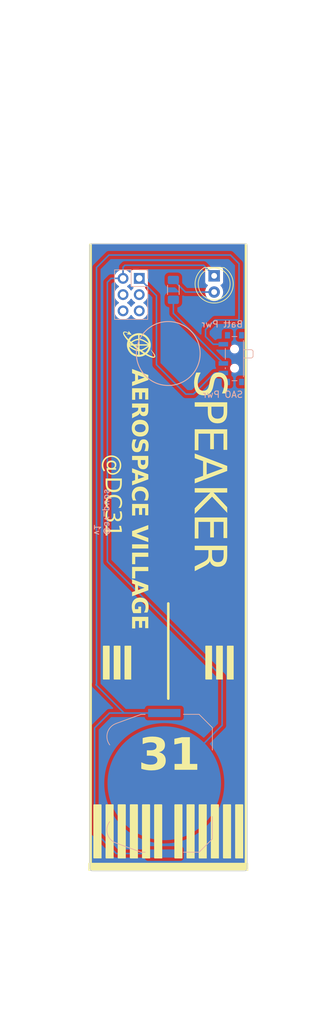
<source format=kicad_pcb>
(kicad_pcb (version 20221018) (generator pcbnew)
  (layers (0 "F.Cu" signal) (31 "B.Cu" signal) (34 "B.Paste" user) (35 "F.Paste" user) (36 "B.SilkS" user "B.Silkscreen") (37 "F.SilkS" user "F.Silkscreen") (38 "B.Mask" user) (39 "F.Mask" user) (44 "Edge.Cuts" user))
  (net 0 "")
  (net 1 "Net-(BT1-+)")
  (net 2 "GND")
  (net 3 "Net-(D1-A)")
  (net 4 "Net-(J1-Pin_1)")
  (net 9 "Net-(SW1-B)")
  (footprint "LED_THT:LED_D5.0mm" (layer "F.Cu") (at 60.4 64.85 -90)
    (fp_text reference "D1" hide)
    (fp_text value "LED" hide)
    (fp_line (start -1.29 -1.545) (end -1.29 1.545) (stroke (width 0.12)) (layer "F.SilkS"))
    (fp_arc (start -1.29 -1.54483) (mid 2.072002 -2.880433) (end 4.26 0.000462) (stroke (width 0.12)) (layer "F.SilkS"))
    (fp_arc (start 4.26 -0.000462) (mid 2.072002 2.880433) (end -1.29 1.54483) (stroke (width 0.12)) (layer "F.SilkS"))
    (fp_circle (center 1.27 0) (end 3.77 0) (stroke (width 0.12)) (fill none) (layer "F.SilkS"))
    (pad "1" thru_hole rect (at 0 0 270) (size 1.8 1.8) (drill 0.9) (layers "*.Cu" "*.Mask") (net 2 "GND"))
    (pad "2" thru_hole circle (at 2.54 0 270) (size 1.8 1.8) (drill 0.9) (layers "*.Cu" "*.Mask") (net 3 "Net-(D1-A)"))
  )
  (footprint "Connector_PinHeader_2.54mm:PinHeader_2x03_P2.54mm_Vertical" (layer "B.Cu") (at 48.65 65.25 180)
    (fp_text reference "J1" hide)
    (fp_text value "Conn_02x03_Counter_Clockwise")
    (fp_line (start -1.33 -6.41) (end 3.87 -6.41) (stroke (width 0.12)) (layer "B.SilkS"))
    (fp_line (start -1.33 -1.27) (end -1.33 -6.41) (stroke (width 0.12)) (layer "B.SilkS"))
    (fp_line (start -1.33 -1.27) (end 1.27 -1.27) (stroke (width 0.12)) (layer "B.SilkS"))
    (fp_line (start -1.33 0) (end -1.33 1.33) (stroke (width 0.12)) (layer "B.SilkS"))
    (fp_line (start -1.33 1.33) (end 0 1.33) (stroke (width 0.12)) (layer "B.SilkS"))
    (fp_line (start 1.27 -1.27) (end 1.27 1.33) (stroke (width 0.12)) (layer "B.SilkS"))
    (fp_line (start 1.27 1.33) (end 3.87 1.33) (stroke (width 0.12)) (layer "B.SilkS"))
    (fp_line (start 3.87 1.33) (end 3.87 -6.41) (stroke (width 0.12)) (layer "B.SilkS"))
    (pad "1" thru_hole rect (at 0 0 180) (size 1.7 1.7) (drill 1) (layers "*.Cu" "*.Mask") (net 4 "Net-(J1-Pin_1)"))
    (pad "2" thru_hole oval (at 2.54 0 180) (size 1.7 1.7) (drill 1) (layers "*.Cu" "*.Mask") (net 2 "GND"))
    (pad "3" thru_hole oval (at 0 -2.54 180) (size 1.7 1.7) (drill 1) (layers "*.Cu" "*.Mask"))
    (pad "4" thru_hole oval (at 2.54 -2.54 180) (size 1.7 1.7) (drill 1) (layers "*.Cu" "*.Mask"))
    (pad "5" thru_hole oval (at 0 -5.08 180) (size 1.7 1.7) (drill 1) (layers "*.Cu" "*.Mask"))
    (pad "6" thru_hole oval (at 2.54 -5.08 180) (size 1.7 1.7) (drill 1) (layers "*.Cu" "*.Mask"))
  )
  (footprint "Resistor_SMD:R_1206_3216Metric_Pad1.30x1.75mm_HandSolder" (layer "B.Cu") (at 54 67.05 -90)
    (fp_text reference "R1" hide)
    (fp_text value "R")
    (fp_line (start -0.727064 -0.91) (end 0.727064 -0.91) (stroke (width 0.12)) (layer "B.SilkS"))
    (fp_line (start -0.727064 0.91) (end 0.727064 0.91) (stroke (width 0.12)) (layer "B.SilkS"))
    (pad "1" smd roundrect (at -1.55 0 270) (size 1.3 1.75) (layers "B.Cu" "B.Paste" "B.Mask") (roundrect_rratio 0.1923076923) (net 3 "Net-(D1-A)"))
    (pad "2" smd roundrect (at 1.55 0 270) (size 1.3 1.75) (layers "B.Cu" "B.Paste" "B.Mask") (roundrect_rratio 0.1923076923) (net 9 "Net-(SW1-B)"))
  )
  (footprint "Battery:BatteryHolder_Keystone_3034_1x20mm" (layer "B.Cu") (at 52.578 144.208 90)
    (fp_text reference "BT1" hide)
    (fp_text value "Battery_Cell")
    (fp_line (start -10.78 -3.63) (end -9.34 -7.58) (stroke (width 0.12)) (layer "B.SilkS"))
    (fp_line (start -10.78 -3) (end -10.78 -3.63) (stroke (width 0.12)) (layer "B.SilkS"))
    (fp_line (start -10.78 5.46) (end -10.78 3) (stroke (width 0.12)) (layer "B.SilkS"))
    (fp_line (start -8.7 7.54) (end -10.78 5.46) (stroke (width 0.12)) (layer "B.SilkS"))
    (fp_line (start -5.2 7.54) (end -8.7 7.54) (stroke (width 0.12)) (layer "B.SilkS"))
    (fp_line (start 8.7 7.54) (end 5.2 7.54) (stroke (width 0.12)) (layer "B.SilkS"))
    (fp_line (start 8.7 7.54) (end 10.78 5.46) (stroke (width 0.12)) (layer "B.SilkS"))
    (fp_line (start 10.78 -3.63) (end 9.34 -7.58) (stroke (width 0.12)) (layer "B.SilkS"))
    (fp_line (start 10.78 -3) (end 10.78 -3.63) (stroke (width 0.12)) (layer "B.SilkS"))
    (fp_line (start 10.78 5.46) (end 10.78 3) (stroke (width 0.12)) (layer "B.SilkS"))
    (fp_arc (start -9.34 -7.58) (mid -7.921654 -8.918738) (end -6.003354 -8.56653) (stroke (width 0.12)) (layer "B.SilkS"))
    (fp_arc (start 6 -8.55) (mid 7.90634 -8.911669) (end 9.325243 -7.588169) (stroke (width 0.12)) (layer "B.SilkS"))
    (pad "1" smd rect (at -10.985 0 90) (size 1.27 5.08) (layers "B.Cu" "B.Paste" "B.Mask") (net 1 "Net-(BT1-+)"))
    (pad "1" smd rect (at 10.985 0 90) (size 1.27 5.08) (layers "B.Cu" "B.Paste" "B.Mask") (net 1 "Net-(BT1-+)"))
    (pad "2" smd circle (at 0 0 90) (size 17.8 17.8) (layers "B.Cu" "B.Mask") (net 2 "GND"))
  )
  (footprint "Button_Switch_SMD:SW_SPDT_PCM12" (layer "B.Cu") (at 63.27 77.8 -90)
    (fp_text reference "SW1" hide)
    (fp_text value "SW_SPDT")
    (fp_line (start -3.45 0.07) (end -3.45 -0.72) (stroke (width 0.12)) (layer "B.SilkS"))
    (fp_line (start -2.85 -1.73) (end 2.85 -1.73) (stroke (width 0.12)) (layer "B.SilkS"))
    (fp_line (start -1.6 1.12) (end 0.1 1.12) (stroke (width 0.12)) (layer "B.SilkS"))
    (fp_line (start -1.4 -3.02) (end -1.2 -3.23) (stroke (width 0.12)) (layer "B.SilkS"))
    (fp_line (start -1.4 -1.73) (end -1.4 -3.02) (stroke (width 0.12)) (layer "B.SilkS"))
    (fp_line (start -1.2 -3.23) (end -0.3 -3.23) (stroke (width 0.12)) (layer "B.SilkS"))
    (fp_line (start -0.1 -3.02) (end -0.3 -3.23) (stroke (width 0.12)) (layer "B.SilkS"))
    (fp_line (start -0.1 -3.02) (end -0.1 -1.73) (stroke (width 0.12)) (layer "B.SilkS"))
    (fp_line (start 1.4 1.12) (end 1.6 1.12) (stroke (width 0.12)) (layer "B.SilkS"))
    (fp_line (start 3.45 -0.72) (end 3.45 0.07) (stroke (width 0.12)) (layer "B.SilkS"))
    (pad "" smd rect (at -3.65 -1.43 270) (size 1 0.8) (layers "B.Cu" "B.Paste" "B.Mask"))
    (pad "" smd rect (at -3.65 0.78 270) (size 1 0.8) (layers "B.Cu" "B.Paste" "B.Mask"))
    (pad "" np_thru_hole circle (at -1.5 -0.33 270) (size 0.9 0.9) (drill 0.9) (layers "*.Cu" "*.Mask"))
    (pad "" np_thru_hole circle (at 1.5 -0.33 270) (size 0.9 0.9) (drill 0.9) (layers "*.Cu" "*.Mask"))
    (pad "" smd rect (at 3.65 -1.43 270) (size 1 0.8) (layers "B.Cu" "B.Paste" "B.Mask"))
    (pad "" smd rect (at 3.65 0.78 270) (size 1 0.8) (layers "B.Cu" "B.Paste" "B.Mask"))
    (pad "1" smd rect (at -2.25 1.43 270) (size 0.7 1.5) (layers "B.Cu" "B.Paste" "B.Mask") (net 1 "Net-(BT1-+)"))
    (pad "2" smd rect (at 0.75 1.43 270) (size 0.7 1.5) (layers "B.Cu" "B.Paste" "B.Mask") (net 9 "Net-(SW1-B)"))
    (pad "3" smd rect (at 2.25 1.43 270) (size 0.7 1.5) (layers "B.Cu" "B.Paste" "B.Mask") (net 4 "Net-(J1-Pin_1)"))
  )
  (gr_circle (center 53.2 77) (end 58.2 77) (stroke (width 0.15)) (fill none) (layer "B.SilkS"))
  (gr_poly (pts (xy 52.150747 147.602846) (xy 52.150747 155.857847) (xy 51.092414 155.857847) (xy 51.092414 147.602846)) (stroke (width 0.211667)) (fill solid) (layer "F.SilkS"))
  (gr_poly (pts (xy 57.230748 147.602846) (xy 57.230748 155.857847) (xy 56.172414 155.857847) (xy 56.172414 147.602846)) (stroke (width 0.211667)) (fill solid) (layer "F.SilkS"))
  (gr_poly (pts (xy 43.933182 122.769383) (xy 43.933182 127.90893) (xy 43.030839 127.90893) (xy 43.030839 122.769383)) (stroke (width 0.154216)) (fill solid) (layer "F.SilkS"))
  (gr_line (start 65.407587 60) (end 65.407587 157.5) (stroke (width 0.446645)) (layer "F.SilkS"))
  (gr_poly (pts (xy 50.245746 147.602846) (xy 50.245746 155.857847) (xy 49.187414 155.857847) (xy 49.187414 147.602846)) (stroke (width 0.211667)) (fill solid) (layer "F.SilkS"))
  (gr_poly (pts (xy 55.325747 147.602846) (xy 55.325747 155.857847) (xy 54.267413 155.857847) (xy 54.267413 147.602846)) (stroke (width 0.211667)) (fill solid) (layer "F.SilkS"))
  (gr_poly (pts (xy 62.945748 147.602846) (xy 62.945748 155.857847) (xy 61.887414 155.857847) (xy 61.887414 147.602846)) (stroke (width 0.211667)) (fill solid) (layer "F.SilkS"))
  (gr_poly (pts (xy 61.040748 147.602846) (xy 61.040748 155.857847) (xy 59.982414 155.857847) (xy 59.982414 147.602846)) (stroke (width 0.211667)) (fill solid) (layer "F.SilkS"))
  (gr_poly (pts (xy 64.850749 147.602846) (xy 64.850749 155.857847) (xy 63.792416 155.857847) (xy 63.792416 147.602846)) (stroke (width 0.211667)) (fill solid) (layer "F.SilkS"))
  (gr_poly (pts (xy 65.634217 156.761971) (xy 65.634217 157.785031) (xy 40.776972 157.785031) (xy 40.776972 156.761971)) (stroke (width 0.231233)) (fill solid) (layer "F.SilkS"))
  (gr_poly (pts (xy 59.135747 147.602846) (xy 59.135747 155.857847) (xy 58.077413 155.857847) (xy 58.077413 147.602846)) (stroke (width 0.211667)) (fill solid) (layer "F.SilkS"))
  (gr_poly (pts (xy 42.640869 147.602846) (xy 42.640869 155.857847) (xy 41.552297 155.857847) (xy 41.552297 147.602846)) (stroke (width 0.195965)) (fill solid) (layer "F.SilkS"))
  (gr_poly (pts (xy 46.435749 147.602846) (xy 46.435749 155.857847) (xy 45.377416 155.857847) (xy 45.377416 147.602846)) (stroke (width 0.211667)) (fill solid) (layer "F.SilkS"))
  (gr_poly (pts (xy 47.319852 122.771472) (xy 47.319852 127.911122) (xy 46.41751 127.911122) (xy 46.41751 122.771472)) (stroke (width 0.154218)) (fill solid) (layer "F.SilkS"))
  (gr_poly (pts (xy 47.44603 75.3378) (xy 47.446247 75.337643) (xy 47.446692 75.33733) (xy 47.460424 75.327776) (xy 47.461362 75.32713) (xy 47.476656 75.316831) (xy 47.492002 75.30659) (xy 47.507277 75.296251) (xy 47.603036 75.38189) (xy 47.699255 75.466938) (xy 47.728429 75.492401) (xy 47.757787 75.517666) (xy 47.816664 75.568017) (xy 47.44325 75.568017) (xy 47.374829 75.504696) (xy 47.340786 75.472847) (xy 47.306931 75.440793)) (stroke (width 0.02)) (fill solid) (layer "F.SilkS"))
  (gr_poly (pts (xy 47.0883 75.222099) (xy 47.088753 75.220546) (xy 47.088891 75.220058) (xy 47.092286 75.208337) (xy 47.092625 75.207212) (xy 47.09284 75.206537) (xy 47.11336 75.145576) (xy 47.136069 75.086548) (xy 47.136653 75.085101) (xy 47.137251 75.083661) (xy 47.162348 75.025853) (xy 47.179504 74.990492) (xy 47.224211 75.033504) (xy 47.269149 75.076306) (xy 47.314334 75.118868) (xy 47.359792 75.161168) (xy 47.359792 75.161169) (xy 47.35875 75.161882) (xy 47.358031 75.162409) (xy 47.317683 75.191065) (xy 47.277154 75.220484) (xy 47.237185 75.250089) (xy 47.197787 75.279818) (xy 47.189861 75.285944) (xy 47.182106 75.292062) (xy 47.1761 75.296815) (xy 47.168335 75.302897) (xy 47.166522 75.304312) (xy 47.146668 75.284578) (xy 47.126887 75.264763) (xy 47.087462 75.224993)) (stroke (width 0.02)) (fill solid) (layer "F.SilkS"))
  (gr_line (start 41 157.5) (end 41 60) (stroke (width 0.446645)) (layer "F.SilkS"))
  (gr_poly (pts (xy 44.530749 147.602846) (xy 44.530749 155.857847) (xy 43.472416 155.857847) (xy 43.472416 147.602846)) (stroke (width 0.211667)) (fill solid) (layer "F.SilkS"))
  (gr_poly (pts (xy 63.380057 122.767083) (xy 63.380057 127.906733) (xy 62.477716 127.906733) (xy 62.477716 122.767083)) (stroke (width 0.154218)) (fill solid) (layer "F.SilkS"))
  (gr_poly (pts (xy 48.734734 76.301143) (xy 48.782097 76.336322) (xy 48.829608 76.371292) (xy 48.877232 76.406026) (xy 48.874461 76.406709) (xy 48.782198 76.423371) (xy 48.781566 76.423469) (xy 48.780966 76.423551) (xy 48.687515 76.434) (xy 48.687515 76.265752)) (stroke (width 0.02)) (fill solid) (layer "F.SilkS"))
  (gr_poly (pts (xy 45.626518 122.76928) (xy 45.626518 127.90893) (xy 44.724176 127.90893) (xy 44.724176 122.76928)) (stroke (width 0.154218)) (fill solid) (layer "F.SilkS"))
  (gr_poly (pts (xy 48.340747 147.602846) (xy 48.340747 155.857847) (xy 47.282414 155.857847) (xy 47.282414 147.602846)) (stroke (width 0.211667)) (fill solid) (layer "F.SilkS"))
  (gr_line (start 53.20545 130.972846) (end 53.20545 116.090033) (stroke (width 0.396874)) (layer "F.SilkS"))
  (gr_poly (pts (xy 61.686724 122.764883) (xy 61.686724 127.904533) (xy 60.784381 127.904533) (xy 60.784381 122.764883)) (stroke (width 0.154218)) (fill solid) (layer "F.SilkS"))
  (gr_poly (pts (xy 46.11513 73.801357) (xy 46.115226 73.795843) (xy 46.115402 73.790291) (xy 46.115662 73.784703) (xy 46.116009 73.779077) (xy 46.116445 73.773414) (xy 46.116972 73.767714) (xy 46.117594 73.761977) (xy 46.118256 73.756298) (xy 46.119067 73.750569) (xy 46.120051 73.744792) (xy 46.121234 73.738965) (xy 46.122641 73.733088) (xy 46.124295 73.727162) (xy 46.125223 73.72418) (xy 46.126222 73.721185) (xy 46.127295 73.718178) (xy 46.128446 73.715158) (xy 46.136921 73.691853) (xy 46.138445 73.688976) (xy 46.140033 73.686105) (xy 46.141677 73.68324) (xy 46.143367 73.680384) (xy 46.145095 73.677542) (xy 46.14685 73.674714) (xy 46.150409 73.669115) (xy 46.153954 73.663565) (xy 46.157527 73.658064) (xy 46.159361 73.655348) (xy 46.161248 73.652662) (xy 46.163203 73.650014) (xy 46.16524 73.647411) (xy 46.183998 73.62891) (xy 46.186311 73.626499) (xy 46.188681 73.624218) (xy 46.191104 73.622055) (xy 46.193575 73.62) (xy 46.19609 73.618041) (xy 46.198644 73.616165) (xy 46.201232 73.614363) (xy 46.203849 73.612621) (xy 46.209154 73.609275) (xy 46.21452 73.606036) (xy 46.219911 73.60281) (xy 46.225288 73.599507) (xy 46.236275 73.594078) (xy 46.247207 73.589279) (xy 46.258079 73.585073) (xy 46.268886 73.581425) (xy 46.279623 73.578302) (xy 46.290285 73.575668) (xy 46.300867 73.573488) (xy 46.311364 73.571727) (xy 46.321771 73.570351) (xy 46.332083 73.569325) (xy 46.342296 73.568613) (xy 46.352403 73.56818) (xy 46.372284 73.568016) (xy 46.391686 73.568552) (xy 46.410888 73.569749) (xy 46.429811 73.571521) (xy 46.448468 73.573822) (xy 46.466874 73.576604) (xy 46.485045 73.579819) (xy 46.502995 73.583422) (xy 46.520739 73.587365) (xy 46.538292 73.5916) (xy 46.593794 73.606939) (xy 46.648241 73.624078) (xy 46.701721 73.642858) (xy 46.754319 73.663123) (xy 46.806124 73.684716) (xy 46.857222 73.707477) (xy 46.9077 73.731251) (xy 46.957646 73.75588) (xy 46.976715 73.482046) (xy 47.451104 74.044544) (xy 46.717144 73.991886) (xy 46.924057 73.818357) (xy 46.873471 73.79981) (xy 46.822739 73.782005) (xy 46.771889 73.765136) (xy 46.720947 73.749398) (xy 46.669944 73.734987) (xy 46.618908 73.722099) (xy 46.567866 73.710929) (xy 46.516846 73.701672) (xy 46.50079 73.699343) (xy 46.484788 73.697336) (xy 46.468873 73.695676) (xy 46.453075 73.694388) (xy 46.437427 73.693496) (xy 46.421958 73.693027) (xy 46.406701 73.693005) (xy 46.391686 73.693455) (xy 46.384317 73.693821) (xy 46.377007 73.694327) (xy 46.369779 73.694973) (xy 46.362654 73.695763) (xy 46.355653 73.696699) (xy 46.348799 73.697783) (xy 46.342112 73.699018) (xy 46.335614 73.700405) (xy 46.329327 73.701948) (xy 46.323272 73.703647) (xy 46.317472 73.705507) (xy 46.311947 73.707528) (xy 46.30672 73.709713) (xy 46.301811 73.712065) (xy 46.297242 73.714586) (xy 46.293036 73.717278) (xy 46.289275 73.720071) (xy 46.285824 73.722908) (xy 46.28267 73.725806) (xy 46.2798 73.728784) (xy 46.2772 73.731862) (xy 46.274859 73.735057) (xy 46.272764 73.738388) (xy 46.270902 73.741875) (xy 46.269259 73.745535) (xy 46.267824 73.749387) (xy 46.266584 73.75345) (xy 46.265526 73.757743) (xy 46.264636 73.762284) (xy 46.263904 73.767093) (xy 46.263315 73.772186) (xy 46.262857 73.777584) (xy 46.262745 73.783225) (xy 46.262809 73.78903) (xy 46.263048 73.794988) (xy 46.263464 73.801088) (xy 46.264059 73.807322) (xy 46.264833 73.81368) (xy 46.265788 73.82015) (xy 46.266925 73.826723) (xy 46.268244 73.83339) (xy 46.269748 73.840139) (xy 46.271436 73.846961) (xy 46.273312 73.853846) (xy 46.275375 73.860784) (xy 46.277626 73.867765) (xy 46.280068 73.874779) (xy 46.2827 73.881815) (xy 46.287816 73.895913) (xy 46.293326 73.910024) (xy 46.299211 73.924142) (xy 46.30545 73.938262) (xy 46.318913 73.966483) (xy 46.333553 73.994639) (xy 46.34921 74.022684) (xy 46.365724 74.05057) (xy 46.382933 74.07825) (xy 46.400678 74.105677) (xy 46.418856 74.133074) (xy 46.437454 74.160299) (xy 46.456444 74.187355) (xy 46.475798 74.214247) (xy 46.495486 74.240978) (xy 46.51548 74.267551) (xy 46.535753 74.29397) (xy 46.556275 74.320238) (xy 46.598297 74.372258) (xy 46.641175 74.423752) (xy 46.684848 74.474739) (xy 46.729253 74.525236) (xy 46.774327 74.575263) (xy 46.820009 74.624836) (xy 46.866236 74.673974) (xy 46.912946 74.722694) (xy 46.918916 74.72895) (xy 46.924942 74.735156) (xy 46.937096 74.747475) (xy 46.94928 74.759767) (xy 46.961353 74.772135) (xy 46.996926 74.711035) (xy 47.045346 74.636452) (xy 47.097246 74.564385) (xy 47.152512 74.494949) (xy 47.211025 74.42826) (xy 47.27267 74.364431) (xy 47.337329 74.30358) (xy 47.404886 74.24582) (xy 47.475224 74.191267) (xy 47.548227 74.140036) (xy 47.623777 74.092242) (xy 47.701758 74.048) (xy 47.782054 74.007425) (xy 47.864547 73.970632) (xy 47.949121 73.937737) (xy 48.035659 73.908854) (xy 48.124045 73.8841) (xy 48.214161 73.863587) (xy 48.305892 73.847433) (xy 48.399119 73.835752) (xy 48.493728 73.828659) (xy 48.5896 73.826269) (xy 48.685472 73.828659) (xy 48.780081 73.835752) (xy 48.873309 73.847433) (xy 48.965039 73.863587) (xy 49.055156 73.8841) (xy 49.143541 73.908854) (xy 49.230079 73.937737) (xy 49.314653 73.970632) (xy 49.397147 74.007425) (xy 49.477442 74.048) (xy 49.555423 74.092242) (xy 49.630974 74.140036) (xy 49.703976 74.191267) (xy 49.774314 74.24582) (xy 49.841871 74.30358) (xy 49.90653 74.364431) (xy 49.968175 74.42826) (xy 50.026688 74.494949) (xy 50.081954 74.564385) (xy 50.133854 74.636452) (xy 50.182274 74.711035) (xy 50.227095 74.78802) (xy 50.268202 74.86729) (xy 50.305477 74.948731) (xy 50.338803 75.032227) (xy 50.368065 75.117665) (xy 50.393145 75.204927) (xy 50.413927 75.2939) (xy 50.430294 75.384469) (xy 50.442129 75.476517) (xy 50.449316 75.569931) (xy 50.451737 75.664594) (xy 50.449316 75.759258) (xy 50.442129 75.852674) (xy 50.430294 75.944726) (xy 50.413927 76.035299) (xy 50.393145 76.124278) (xy 50.368065 76.211548) (xy 50.338803 76.296993) (xy 50.305477 76.380499) (xy 50.268202 76.461949) (xy 50.227095 76.54123) (xy 50.182274 76.618225) (xy 50.133855 76.69282) (xy 50.081954 76.764899) (xy 50.026688 76.834346) (xy 49.968175 76.901048) (xy 49.906531 76.964889) (xy 49.841871 77.025753) (xy 49.774314 77.083525) (xy 49.703976 77.13809) (xy 49.634957 77.186537) (xy 49.633297 77.18766) (xy 49.633331 77.187679) (xy 49.630974 77.189333) (xy 49.555423 77.237138) (xy 49.477442 77.281391) (xy 49.397147 77.321977) (xy 49.347009 77.344344) (xy 49.347009 77.018936) (xy 49.362749 77.010418) (xy 49.370595 77.006119) (xy 49.378377 77.001728) (xy 49.392305 76.993613) (xy 49.406134 76.985362) (xy 49.419869 76.976974) (xy 49.433516 76.968448) (xy 49.447072 76.959786) (xy 49.460531 76.950989) (xy 49.473893 76.942059) (xy 49.487156 76.932998) (xy 49.500317 76.923803) (xy 49.513378 76.914472) (xy 49.526337 76.905012) (xy 49.538411 76.896013) (xy 49.539203 76.895441) (xy 49.540216 76.894646) (xy 49.545111 76.890893) (xy 49.55097 76.886286) (xy 49.562655 76.877033) (xy 49.562644 76.877026) (xy 49.589583 76.855862) (xy 49.638243 76.814308) (xy 49.685123 76.77084) (xy 49.730161 76.725519) (xy 49.773296 76.678406) (xy 49.814469 76.629564) (xy 49.853616 76.579052) (xy 49.890678 76.526933) (xy 49.925594 76.473267) (xy 49.958302 76.418115) (xy 49.988742 76.361539) (xy 50.016852 76.3036) (xy 50.042572 76.244358) (xy 50.06584 76.183877) (xy 50.086596 76.122215) (xy 50.104779 76.059435) (xy 50.120327 75.995598) (xy 50.133179 75.930765) (xy 50.133179 75.398688) (xy 50.120327 75.333855) (xy 50.104779 75.270018) (xy 50.086596 75.207238) (xy 50.06584 75.145576) (xy 50.042572 75.085094) (xy 50.016852 75.025853) (xy 49.988742 74.967914) (xy 49.958302 74.911338) (xy 49.925594 74.856186) (xy 49.890678 74.80252) (xy 49.814469 74.699889) (xy 49.730161 74.603934) (xy 49.638243 74.515145) (xy 49.539203 74.434011) (xy 49.43353 74.361022) (xy 49.378357 74.327735) (xy 49.32171 74.296668) (xy 49.263647 74.267882) (xy 49.204231 74.241437) (xy 49.143523 74.217397) (xy 49.081583 74.19582) (xy 49.018472 74.17677) (xy 48.954252 74.160306) (xy 48.888984 74.14649) (xy 48.822727 74.135384) (xy 48.755544 74.127048) (xy 48.687496 74.121544) (xy 48.687496 74.70204) (xy 48.739695 74.706125) (xy 48.791511 74.711989) (xy 48.893969 74.728794) (xy 48.994813 74.751948) (xy 49.093987 74.78094) (xy 49.191434 74.81526) (xy 49.287097 74.854398) (xy 49.380919 74.897846) (xy 49.472845 74.945093) (xy 49.562818 74.99563) (xy 49.650781 75.048946) (xy 49.736677 75.104534) (xy 49.82045 75.161882) (xy 49.902043 75.220481) (xy 49.9814 75.279821) (xy 50.133179 75.398688) (xy 50.133179 75.930765) (xy 49.98139 76.04936) (xy 49.820413 76.16679) (xy 49.736624 76.223843) (xy 49.650711 76.279134) (xy 49.562733 76.332175) (xy 49.472746 76.382475) (xy 49.38081 76.429544) (xy 49.28698 76.472892) (xy 49.191316 76.512029) (xy 49.093875 76.546467) (xy 48.994799 76.575689) (xy 49.016108 76.569851) (xy 49.03739 76.563678) (xy 49.058594 76.557254) (xy 49.079739 76.550644) (xy 49.165018 76.610249) (xy 49.250557 76.669448) (xy 49.33638 76.728196) (xy 49.422508 76.786444) (xy 49.457391 76.809369) (xy 49.492425 76.832019) (xy 49.562644 76.877026) (xy 49.540216 76.894646) (xy 49.539194 76.895429) (xy 49.538411 76.896013) (xy 49.487165 76.932984) (xy 49.43353 76.96843) (xy 49.378357 77.001717) (xy 49.346986 77.018922) (xy 49.347009 77.018936) (xy 49.347009 77.344344) (xy 49.314654 77.358779) (xy 49.23008 77.391683) (xy 49.143541 77.420573) (xy 49.055156 77.445335) (xy 48.965039 77.465853) (xy 48.873309 77.482013) (xy 48.780081 77.493697) (xy 48.687496 77.500641) (xy 48.687496 77.207908) (xy 48.755544 77.202404) (xy 48.822727 77.194068) (xy 48.888984 77.182962) (xy 48.954252 77.169146) (xy 49.018472 77.152683) (xy 49.081583 77.133632) (xy 49.143523 77.112056) (xy 49.204231 77.088015) (xy 49.263647 77.061571) (xy 49.32171 77.032784) (xy 49.346986 77.018922) (xy 49.294454 76.987258) (xy 49.224561 76.943655) (xy 49.155162 76.899331) (xy 49.086225 76.85434) (xy 49.017717 76.808734) (xy 48.881853 76.715893) (xy 48.747307 76.621236) (xy 48.748001 76.621165) (xy 48.758358 76.620132) (xy 48.769431 76.619113) (xy 48.780485 76.618018) (xy 48.785995 76.617392) (xy 48.791488 76.616687) (xy 48.817241 76.61294) (xy 48.842896 76.608781) (xy 48.868453 76.604221) (xy 48.893696 76.599314) (xy 48.893893 76.59928) (xy 48.894089 76.599234) (xy 48.919268 76.59394) (xy 48.944525 76.58823) (xy 48.969679 76.58215) (xy 48.994628 76.575734) (xy 48.994715 76.575713) (xy 48.994799 76.575689) (xy 48.994731 76.575707) (xy 48.994628 76.575734) (xy 48.894089 76.599234) (xy 48.89391 76.599272) (xy 48.893696 76.599314) (xy 48.791468 76.616676) (xy 48.748001 76.621165) (xy 48.747304 76.621234) (xy 48.747307 76.621236) (xy 48.687515 76.627411) (xy 48.687515 76.434011) (xy 48.711139 76.431988) (xy 48.734686 76.429549) (xy 48.758161 76.426706) (xy 48.780966 76.423551) (xy 48.781569 76.423484) (xy 48.782198 76.423371) (xy 48.804904 76.419849) (xy 48.828172 76.415852) (xy 48.851366 76.411477) (xy 48.87448 76.406725) (xy 48.87727 76.406054) (xy 48.877232 76.406026) (xy 48.966142 76.384117) (xy 49.056586 76.356149) (xy 49.145762 76.323244) (xy 49.233644 76.285844) (xy 49.320203 76.244388) (xy 49.40541 76.199317) (xy 49.489237 76.151071) (xy 49.571657 76.10009) (xy 49.65264 76.046815) (xy 49.732158 75.991685) (xy 49.810183 75.935142) (xy 49.886687 75.877625) (xy 50.035019 75.761432) (xy 50.035019 75.568021) (xy 49.886687 75.451752) (xy 49.732158 75.337656) (xy 49.65264 75.282521) (xy 49.571657 75.229247) (xy 49.489237 75.178272) (xy 49.40541 75.130037) (xy 49.320203 75.084979) (xy 49.233644 75.043539) (xy 49.145762 75.006155) (xy 49.056586 74.973267) (xy 48.966142 74.945313) (xy 48.874461 74.922733) (xy 48.781569 74.905966) (xy 48.687496 74.89545) (xy 48.687496 75.568021) (xy 50.035019 75.568021) (xy 50.035019 75.761432) (xy 48.687496 75.761432) (xy 48.687496 76.434002) (xy 48.687515 76.434) (xy 48.687515 76.434011) (xy 48.687515 76.627411) (xy 48.687496 76.627413) (xy 48.687496 77.207908) (xy 48.687496 77.500641) (xy 48.685473 77.500793) (xy 48.5896 77.503183) (xy 48.493728 77.500793) (xy 48.491713 77.500642) (xy 48.491713 76.434011) (xy 48.491713 76.116045) (xy 48.491704 76.116039) (xy 48.491704 75.761432) (xy 47.144182 75.761432) (xy 47.292513 75.877701) (xy 47.447043 75.991797) (xy 47.526561 76.046932) (xy 47.607544 76.100206) (xy 47.689963 76.151181) (xy 47.773791 76.199416) (xy 47.858998 76.244473) (xy 47.945556 76.285914) (xy 48.033438 76.323297) (xy 48.122615 76.356186) (xy 48.213058 76.38414) (xy 48.30474 76.40672) (xy 48.397631 76.423487) (xy 48.489373 76.433742) (xy 48.489387 76.433752) (xy 48.491713 76.434011) (xy 48.491713 77.500642) (xy 48.491704 77.500641) (xy 48.491704 77.207908) (xy 48.491704 76.627413) (xy 48.439506 76.623327) (xy 48.387689 76.617464) (xy 48.285231 76.600658) (xy 48.184387 76.577505) (xy 48.085213 76.548513) (xy 47.987767 76.514193) (xy 47.892104 76.475055) (xy 47.798281 76.431607) (xy 47.706355 76.38436) (xy 47.616382 76.333823) (xy 47.52842 76.280506) (xy 47.442523 76.224919) (xy 47.35875 76.167571) (xy 47.277157 76.108972) (xy 47.1978 76.049632) (xy 47.143917 76.007433) (xy 47.143917 75.568021) (xy 48.491704 75.568021) (xy 48.491704 74.89545) (xy 48.396803 74.905966) (xy 48.303296 74.922733) (xy 48.21119 74.945313) (xy 48.12049 74.973267) (xy 48.031202 75.006155) (xy 47.943333 75.043539) (xy 47.856888 75.084979) (xy 47.771872 75.130037) (xy 47.688292 75.178272) (xy 47.606154 75.229247) (xy 47.525462 75.282521) (xy 47.460424 75.327776) (xy 47.453774 75.33235) (xy 47.446692 75.33733) (xy 47.446224 75.337656) (xy 47.44603 75.3378) (xy 47.410945 75.363082) (xy 47.375989 75.388798) (xy 47.341331 75.414723) (xy 47.306927 75.44079) (xy 47.306931 75.440793) (xy 47.29213 75.451752) (xy 47.143917 75.568021) (xy 47.143917 76.007433) (xy 47.046021 75.930765) (xy 47.046021 75.398688) (xy 47.168335 75.302897) (xy 47.174374 75.298182) (xy 47.1761 75.296815) (xy 47.1978 75.279821) (xy 47.358031 75.162409) (xy 47.358759 75.161892) (xy 47.359792 75.161169) (xy 47.442523 75.104534) (xy 47.52842 75.048946) (xy 47.616382 74.99563) (xy 47.706355 74.945093) (xy 47.798281 74.897846) (xy 47.892104 74.854398) (xy 47.987767 74.815259) (xy 48.085213 74.78094) (xy 48.184387 74.751948) (xy 48.285231 74.728794) (xy 48.387689 74.711988) (xy 48.491704 74.70204) (xy 48.491704 74.121544) (xy 48.423656 74.127048) (xy 48.356473 74.135384) (xy 48.290217 74.14649) (xy 48.224948 74.160306) (xy 48.160728 74.17677) (xy 48.097617 74.19582) (xy 48.035677 74.217397) (xy 47.974969 74.241437) (xy 47.915553 74.267882) (xy 47.857491 74.296668) (xy 47.800843 74.327735) (xy 47.745671 74.361022) (xy 47.692035 74.396468) (xy 47.639997 74.434011) (xy 47.589617 74.47359) (xy 47.540957 74.515145) (xy 47.494078 74.558613) (xy 47.44904 74.603934) (xy 47.405904 74.651046) (xy 47.364732 74.699889) (xy 47.325584 74.7504) (xy 47.288522 74.80252) (xy 47.253606 74.856186) (xy 47.220898 74.911338) (xy 47.190459 74.967914) (xy 47.179504 74.990492) (xy 47.179493 74.990481) (xy 47.170804 75.008093) (xy 47.166516 75.01693) (xy 47.162337 75.025828) (xy 47.155686 75.040523) (xy 47.149192 75.055305) (xy 47.14285 75.070167) (xy 47.137251 75.083661) (xy 47.136629 75.085094) (xy 47.136069 75.086548) (xy 47.130598 75.100104) (xy 47.12469 75.11518) (xy 47.118937 75.130332) (xy 47.113347 75.145562) (xy 47.107926 75.160868) (xy 47.102668 75.176244) (xy 47.09757 75.191691) (xy 47.09284 75.206537) (xy 47.092604 75.207238) (xy 47.092286 75.208337) (xy 47.091291 75.211638) (xy 47.090015 75.216089) (xy 47.088891 75.220058) (xy 47.0883 75.222099) (xy 47.087457 75.224989) (xy 47.087462 75.224993) (xy 47.074422 75.270018) (xy 47.058874 75.333855) (xy 47.046021 75.398688) (xy 47.046021 75.930765) (xy 47.058897 75.995597) (xy 47.074465 76.059432) (xy 47.092665 76.122209) (xy 47.113436 76.183866) (xy 47.136717 76.244342) (xy 47.162447 76.303577) (xy 47.190565 76.361509) (xy 47.22101 76.418078) (xy 47.253722 76.473222) (xy 47.288639 76.52688) (xy 47.364848 76.629494) (xy 47.449149 76.725433) (xy 47.541056 76.814208) (xy 47.640082 76.895331) (xy 47.745741 76.968314) (xy 47.800905 77.0016) (xy 47.857544 77.032667) (xy 47.915598 77.061455) (xy 47.975006 77.087903) (xy 48.035707 77.11195) (xy 48.09764 77.133534) (xy 48.160744 77.152594) (xy 48.224959 77.169071) (xy 48.290223 77.182901) (xy 48.356476 77.194025) (xy 48.423657 77.202381) (xy 48.491704 77.207908) (xy 48.491704 77.500641) (xy 48.399119 77.493697) (xy 48.305892 77.482013) (xy 48.214161 77.465853) (xy 48.124045 77.445335) (xy 48.035659 77.420573) (xy 47.949121 77.391683) (xy 47.864547 77.358779) (xy 47.782054 77.321977) (xy 47.701758 77.281392) (xy 47.623777 77.237139) (xy 47.548227 77.189333) (xy 47.475224 77.13809) (xy 47.404886 77.083525) (xy 47.337329 77.025753) (xy 47.27267 76.964889) (xy 47.211025 76.901048) (xy 47.152512 76.834347) (xy 47.097246 76.764899) (xy 47.045346 76.69282) (xy 46.996926 76.618225) (xy 46.952105 76.54123) (xy 46.910999 76.461949) (xy 46.873724 76.380499) (xy 46.840397 76.296993) (xy 46.811135 76.211548) (xy 46.786055 76.124278) (xy 46.765273 76.035299) (xy 46.748906 75.944726) (xy 46.737071 75.852674) (xy 46.729884 75.759258) (xy 46.727463 75.664594) (xy 46.729884 75.569931) (xy 46.737071 75.476517) (xy 46.748906 75.384469) (xy 46.765273 75.2939) (xy 46.786055 75.204927) (xy 46.811135 75.117665) (xy 46.840397 75.032227) (xy 46.873724 74.948731) (xy 46.910999 74.86729) (xy 46.951928 74.788362) (xy 46.952117 74.788013) (xy 46.952314 74.787661) (xy 46.957296 74.779104) (xy 46.959069 74.776124) (xy 46.960227 74.774142) (xy 46.961367 74.772149) (xy 46.961353 74.772135) (xy 46.957296 74.779104) (xy 46.956722 74.780068) (xy 46.954385 74.784019) (xy 46.953239 74.786009) (xy 46.952314 74.787661) (xy 46.952105 74.78802) (xy 46.951928 74.788362) (xy 46.941483 74.807621) (xy 46.931078 74.82737) (xy 46.920909 74.847259) (xy 46.910982 74.867285) (xy 46.901302 74.887446) (xy 46.891867 74.907742) (xy 46.882674 74.928169) (xy 46.873724 74.948727) (xy 46.8718 74.953297) (xy 46.869923 74.95789) (xy 46.866263 74.967126) (xy 46.858996 74.985624) (xy 46.805437 74.927936) (xy 46.778765 74.89898) (xy 46.752336 74.869765) (xy 46.706739 74.817336) (xy 46.661653 74.7644) (xy 46.617119 74.71092) (xy 46.573178 74.656858) (xy 46.529868 74.602176) (xy 46.487232 74.546836) (xy 46.445309 74.4908) (xy 46.40414 74.43403) (xy 46.36425 74.376045) (xy 46.324937 74.317464) (xy 46.286776 74.257816) (xy 46.250345 74.19663) (xy 46.232958 74.165313) (xy 46.21622 74.133435) (xy 46.200204 74.100937) (xy 46.18498 74.06776) (xy 46.170622 74.033845) (xy 46.1572 73.999133) (xy 46.144789 73.963566) (xy 46.133459 73.927084) (xy 46.129658 73.913224) (xy 46.12618 73.89903) (xy 46.123078 73.884501) (xy 46.120407 73.869637) (xy 46.118221 73.854438) (xy 46.116574 73.838905) (xy 46.11552 73.823036) (xy 46.115233 73.814976) (xy 46.115114 73.806833)) (stroke (width 0.02)) (fill solid) (layer "F.SilkS"))
  (gr_poly (pts (xy 59.993387 122.764986) (xy 59.993387 127.904533) (xy 59.091043 127.904533) (xy 59.091043 122.764986)) (stroke (width 0.154216)) (fill solid) (layer "F.SilkS"))
  (gr_poly (pts (xy 49.634957 77.186537) (xy 49.651192 77.175559) (xy 49.668949 77.163276) (xy 49.686553 77.150796) (xy 49.70399 77.138102) (xy 49.721828 77.124767) (xy 49.739496 77.111225) (xy 49.756994 77.097479) (xy 49.774322 77.083532) (xy 49.787248 77.072824) (xy 49.800025 77.06195) (xy 49.812701 77.050963) (xy 49.825326 77.039917) (xy 49.839265 77.048356) (xy 49.853151 77.056897) (xy 49.867052 77.065411) (xy 49.881033 77.073765) (xy 49.998081 77.141045) (xy 50.115727 77.206789) (xy 50.174898 77.238728) (xy 50.234365 77.269854) (xy 50.29418 77.300025) (xy 50.354389 77.329098) (xy 50.414749 77.357005) (xy 50.475664 77.383888) (xy 50.536971 77.409319) (xy 50.598504 77.43287) (xy 50.660098 77.454115) (xy 50.690868 77.463739) (xy 50.721591 77.472625) (xy 50.752247 77.480721) (xy 50.782816 77.487974) (xy 50.813277 77.494329) (xy 50.84361 77.499733) (xy 50.858343 77.501351) (xy 50.872921 77.502602) (xy 50.887268 77.503443) (xy 50.901308 77.503832) (xy 50.914964 77.503724) (xy 50.921623 77.503471) (xy 50.928158 77.503077) (xy 50.934558 77.502538) (xy 50.940813 77.501847) (xy 50.946916 77.501001) (xy 50.952854 77.499992) (xy 50.958571 77.498617) (xy 50.963926 77.497166) (xy 50.968935 77.495629) (xy 50.973613 77.493997) (xy 50.977977 77.492262) (xy 50.982042 77.490414) (xy 50.983967 77.489445) (xy 50.985824 77.488444) (xy 50.987614 77.487411) (xy 50.989339 77.486344) (xy 50.991001 77.485242) (xy 50.992603 77.484105) (xy 50.994145 77.48293) (xy 50.995631 77.481717) (xy 50.997062 77.480464) (xy 50.998441 77.479171) (xy 50.999768 77.477836) (xy 51.001046 77.476459) (xy 51.002278 77.475038) (xy 51.003464 77.473572) (xy 51.004608 77.472059) (xy 51.00571 77.4705) (xy 51.0078 77.467234) (xy 51.00975 77.463767) (xy 51.011635 77.45986) (xy 51.013322 77.455595) (xy 51.014811 77.450993) (xy 51.016101 77.446074) (xy 51.017193 77.440858) (xy 51.018086 77.435367) (xy 51.018782 77.42962) (xy 51.019278 77.423639) (xy 51.019576 77.417444) (xy 51.019676 77.411056) (xy 51.019578 77.404494) (xy 51.01928 77.397781) (xy 51.018785 77.390936) (xy 51.01809 77.383981) (xy 51.017198 77.376935) (xy 51.016106 77.369819) (xy 51.013534 77.355427) (xy 51.010411 77.340849) (xy 51.006781 77.326118) (xy 51.002685 77.311267) (xy 50.998168 77.296328) (xy 50.993272 77.281337) (xy 50.98804 77.266324) (xy 50.982517 77.251325) (xy 50.970226 77.221205) (xy 50.957101 77.191264) (xy 50.943198 77.161497) (xy 50.928569 77.1319) (xy 50.913269 77.102466) (xy 50.897352 77.073191) (xy 50.86388 77.015096) (xy 50.828585 76.95757) (xy 50.791898 76.900573) (xy 50.75425 76.844062) (xy 50.716073 76.787994) (xy 50.676552 76.732505) (xy 50.636396 76.677355) (xy 50.595644 76.622534) (xy 50.554333 76.568033) (xy 50.470186 76.459952) (xy 50.384258 76.353034) (xy 50.434378 76.399998) (xy 50.484082 76.447463) (xy 50.533303 76.495487) (xy 50.581972 76.544124) (xy 50.630022 76.593431) (xy 50.677382 76.643463) (xy 50.723986 76.694277) (xy 50.769764 76.74593) (xy 50.792482 76.771952) (xy 50.814976 76.798234) (xy 50.837222 76.824789) (xy 50.859195 76.85163) (xy 50.88087 76.878768) (xy 50.902223 76.906216) (xy 50.923229 76.933986) (xy 50.943863 76.962092) (xy 50.964253 76.990516) (xy 50.984303 77.019279) (xy 51.003944 77.048444) (xy 51.023107 77.078077) (xy 51.041725 77.108243) (xy 51.059729 77.139008) (xy 51.07705 77.170437) (xy 51.093621 77.202594) (xy 51.101472 77.219061) (xy 51.109104 77.235751) (xy 51.116445 77.252715) (xy 51.123423 77.270001) (xy 51.129967 77.287659) (xy 51.136005 77.305739) (xy 51.141466 77.32429) (xy 51.143958 77.333757) (xy 51.146279 77.343361) (xy 51.15034 77.362804) (xy 51.153759 77.383018) (xy 51.155121 77.393405) (xy 51.156193 77.403976) (xy 51.156933 77.414727) (xy 51.157297 77.425654) (xy 51.157242 77.436756) (xy 51.156726 77.448027) (xy 51.155705 77.459466) (xy 51.154137 77.471069) (xy 51.151978 77.482833) (xy 51.149185 77.494755) (xy 51.145715 77.506832) (xy 51.141525 77.519061) (xy 51.139043 77.525076) (xy 51.136362 77.531021) (xy 51.13348 77.536897) (xy 51.1304 77.542708) (xy 51.127121 77.548457) (xy 51.123644 77.554147) (xy 51.119971 77.559781) (xy 51.1161 77.565363) (xy 51.111849 77.570396) (xy 51.107446 77.575372) (xy 51.102912 77.580285) (xy 51.098269 77.58513) (xy 51.093539 77.5899) (xy 51.088744 77.59459) (xy 51.083907 77.599194) (xy 51.079048 77.603707) (xy 51.068444 77.610832) (xy 51.063086 77.614351) (xy 51.057697 77.617815) (xy 51.052284 77.621205) (xy 51.046851 77.624501) (xy 51.041405 77.627684) (xy 51.03595 77.630733) (xy 51.030568 77.63299) (xy 51.025143 77.635197) (xy 51.014186 77.63948) (xy 51.00313 77.643615) (xy 50.992025 77.647632) (xy 50.981213 77.650385) (xy 50.970502 77.652804) (xy 50.959888 77.654907) (xy 50.949369 77.656711) (xy 50.938939 77.658235) (xy 50.928595 77.659497) (xy 50.918333 77.660515) (xy 50.90815 77.661307) (xy 50.888003 77.662286) (xy 50.868122 77.662579) (xy 50.848477 77.662332) (xy 50.829038 77.661688) (xy 50.7912 77.658233) (xy 50.754046 77.653498) (xy 50.717513 77.647591) (xy 50.681537 77.640621) (xy 50.646058 77.632696) (xy 50.611013 77.623924) (xy 50.576339 77.614414) (xy 50.541975 77.604275) (xy 50.507911 77.593679) (xy 50.474159 77.582561) (xy 50.440684 77.570971) (xy 50.407454 77.55896) (xy 50.374435 77.546576) (xy 50.341592 77.533871) (xy 50.276306 77.507692) (xy 50.19306 77.472426) (xy 50.110774 77.435554) (xy 50.029378 77.397202) (xy 49.948801 77.357496) (xy 49.868975 77.316563) (xy 49.789828 77.274529) (xy 49.711292 77.231519) (xy 49.633331 77.187679)) (stroke (width 0.02)) (fill solid) (layer "F.SilkS"))
  (gr_poly (pts (xy 48.046985 75.761442) (xy 48.157236 75.851237) (xy 48.268162 75.940223) (xy 48.379681 76.028468) (xy 48.491704 76.116039) (xy 48.491704 76.434002) (xy 48.489373 76.433742) (xy 48.437706 76.395577) (xy 48.386138 76.357271) (xy 48.200535 76.212915) (xy 48.108596 76.139608) (xy 48.017254 76.065536) (xy 47.926528 75.990692) (xy 47.836435 75.915067) (xy 47.746995 75.838653) (xy 47.658224 75.761442)) (stroke (width 0.02)) (fill solid) (layer "F.SilkS"))
  (gr_line (start 65.407587 157.5) (end 41 157.5) (stroke (width 0.446645)) (layer "F.SilkS"))
  (gr_line (start 41.3 157.9) (end 65.167157 157.9) (stroke (width 0.15)) (layer "Edge.Cuts"))
  (gr_line (start 65.567157 60.239531) (end 65.567157 157.5) (stroke (width 0.15)) (layer "Edge.Cuts"))
  (gr_arc (start 40.882843 60.232843) (mid 41 59.950001) (end 41.282843 59.832843) (stroke (width 0.15)) (layer "Edge.Cuts"))
  (gr_line (start 40.9 60.232843) (end 40.9 157.5) (stroke (width 0.15)) (layer "Edge.Cuts"))
  (gr_arc (start 65.567157 157.5) (mid 65.45 157.782842) (end 65.167157 157.9) (stroke (width 0.15)) (layer "Edge.Cuts"))
  (gr_arc (start 65.173721 59.832843) (mid 65.454667 59.954703) (end 65.567157 60.239531) (stroke (width 0.15)) (layer "Edge.Cuts"))
  (gr_line (start 41.282843 59.832843) (end 65.173721 59.832843) (stroke (width 0.15)) (layer "Edge.Cuts"))
  (gr_arc (start 41.3 157.9) (mid 41.017158 157.782843) (end 40.9 157.5) (stroke (width 0.15)) (layer "Edge.Cuts"))
  (gr_text "@av_pubs\nv1" (at 41.5 105.5 270) (layer "B.SilkS") (effects (font (size 1 1)) (justify left bottom mirror)))
  (gr_text "SAO Pwr" (at 65 84) (layer "B.SilkS") (effects (font (size 1 1)) (justify left bottom mirror)))
  (gr_text "Batt Pwr" (at 65 73) (layer "B.SilkS") (effects (font (size 1 1)) (justify left bottom mirror)))
  (gr_text "31" (at 48.5 142.95) (layer "F.SilkS") (effects (font (size 5 5)) (justify left bottom)))
  (gr_text "AEROSPACE VILLAGE" (at 47.1 79.4 -90) (layer "F.SilkS") (effects (font (size 2.5 2.5) (thickness 0.4) bold) (justify left bottom)))
  (gr_text "SPEAKER" (at 56.5 79.5 270) (layer "F.SilkS") (effects (font (size 5 5)) (justify left bottom)))
  (gr_text "@DC31" (at 42.95 92.7 -90) (layer "F.SilkS") (effects (font (size 2.5 2.5) (thickness 0.2)) (justify left bottom)))
  (segment (start 59.05 73.25) (end 60.55 71.75) (width 0.25) (layer "B.Cu") (net 1))
  (segment (start 46.273 133.223) (end 52.578 133.223) (width 0.25) (layer "B.Cu") (net 1))
  (segment (start 41.95 63.55) (end 41.95 128.7) (width 0.25) (layer "B.Cu") (net 1))
  (segment (start 64.2 71.75) (end 64.3 71.65) (width 0.25) (layer "B.Cu") (net 1))
  (segment (start 41.65 135.55) (end 41.65 151.8) (width 0.25) (layer "B.Cu") (net 1))
  (segment (start 59.05 74.35) (end 59.05 73.25) (width 0.25) (layer "B.Cu") (net 1))
  (segment (start 60.55 71.75) (end 64.2 71.75) (width 0.25) (layer "B.Cu") (net 1))
  (segment (start 62.95 61.6) (end 43.9 61.6) (width 0.25) (layer "B.Cu") (net 1))
  (segment (start 41.65 151.8) (end 45.043 155.193) (width 0.25) (layer "B.Cu") (net 1))
  (segment (start 64.3 62.95) (end 62.95 61.6) (width 0.25) (layer "B.Cu") (net 1))
  (segment (start 41.85 128.8) (end 46.273 133.223) (width 0.25) (layer "B.Cu") (net 1))
  (segment (start 61.84 75.55) (end 60.25 75.55) (width 0.25) (layer "B.Cu") (net 1))
  (segment (start 64.3 71.65) (end 64.3 62.95) (width 0.25) (layer "B.Cu") (net 1))
  (segment (start 46.273 133.223) (end 43.977 133.223) (width 0.25) (layer "B.Cu") (net 1))
  (segment (start 43.9 61.6) (end 41.95 63.55) (width 0.25) (layer "B.Cu") (net 1))
  (segment (start 41.95 128.7) (end 41.85 128.8) (width 0.25) (layer "B.Cu") (net 1))
  (segment (start 60.25 75.55) (end 59.05 74.35) (width 0.25) (layer "B.Cu") (net 1))
  (segment (start 43.977 133.223) (end 41.65 135.55) (width 0.25) (layer "B.Cu") (net 1))
  (segment (start 45.043 155.193) (end 52.578 155.193) (width 0.25) (layer "B.Cu") (net 1))
  (segment (start 61.65 135.136) (end 61.65 127.55) (width 0.25) (layer "B.Cu") (net 2))
  (segment (start 46.11 63.49) (end 46.4 63.2) (width 0.25) (layer "B.Cu") (net 2))
  (segment (start 52.578 144.208) (end 61.65 135.136) (width 0.25) (layer "B.Cu") (net 2))
  (segment (start 61.65 127.55) (end 43.65 109.55) (width 0.25) (layer "B.Cu") (net 2))
  (segment (start 43.65 109.55) (end 43.65 65.85) (width 0.25) (layer "B.Cu") (net 2))
  (segment (start 58.75 63.2) (end 60.4 64.85) (width 0.25) (layer "B.Cu") (net 2))
  (segment (start 46.11 65.25) (end 46.11 63.49) (width 0.25) (layer "B.Cu") (net 2))
  (segment (start 46.4 63.2) (end 58.75 63.2) (width 0.25) (layer "B.Cu") (net 2))
  (segment (start 43.65 65.85) (end 44.25 65.25) (width 0.25) (layer "B.Cu") (net 2))
  (segment (start 44.25 65.25) (end 46.11 65.25) (width 0.25) (layer "B.Cu") (net 2))
  (segment (start 60.4 67.39) (end 55.89 67.39) (width 0.25) (layer "B.Cu") (net 3))
  (segment (start 55.89 67.39) (end 54 65.5) (width 0.25) (layer "B.Cu") (net 3))
  (segment (start 55.95 83.35) (end 57.15 83.35) (width 0.25) (layer "B.Cu") (net 4))
  (segment (start 48.65 65.25) (end 51.35 67.95) (width 0.25) (layer "B.Cu") (net 4))
  (segment (start 51.35 78.75) (end 55.95 83.35) (width 0.25) (layer "B.Cu") (net 4))
  (segment (start 57.15 83.35) (end 60.45 80.05) (width 0.25) (layer "B.Cu") (net 4))
  (segment (start 51.35 67.95) (end 51.35 78.75) (width 0.25) (layer "B.Cu") (net 4))
  (segment (start 60.45 80.05) (end 61.84 80.05) (width 0.25) (layer "B.Cu") (net 4))
  (segment (start 61.84 78.55) (end 54 70.71) (width 0.25) (layer "B.Cu") (net 9))
  (segment (start 54 70.71) (end 54 68.6) (width 0.25) (layer "B.Cu") (net 9))
  (zone (net 0) (net_name "") (layers "F&B.Cu") (connect_pads (clearance 0.508)) (min_thickness 0.254) (fill yes (thermal_gap 0.508) (thermal_bridge_width 0.508) (island_removal_mode 2) (island_area_min 10))
    (polygon (pts (xy 74.93 21.971) (xy 75.438 181.864) (xy 26.814 180.853) (xy 27.195 21.717)))
  )
)
</source>
